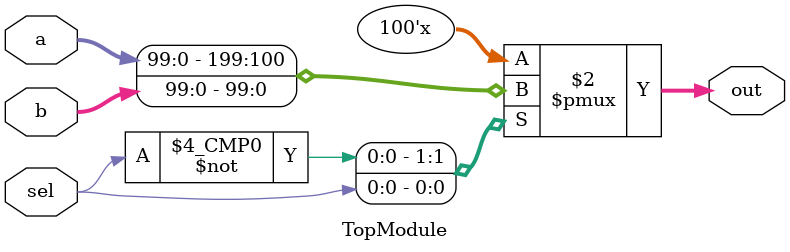
<source format=sv>
module TopModule (
    input  logic [99:0] a,   
    input  logic [99:0] b,   
    input  logic        sel, 
    output logic [99:0] out  
);

always @(*) begin
    case (sel)
        1'b0: out = a;
        1'b1: out = b;
        default: out = 100'b0; // Default case for safety
    endcase
end

endmodule
</source>
